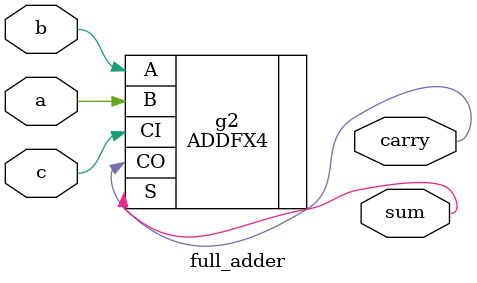
<source format=v>


// Verification Directory fv/full_adder 

module full_adder(a, b, c, sum, carry);
  input a, b, c;
  output sum, carry;
  wire a, b, c;
  wire sum, carry;
  ADDFX4 g2(.A (b), .B (a), .CI (c), .CO (carry), .S (sum));
endmodule


</source>
